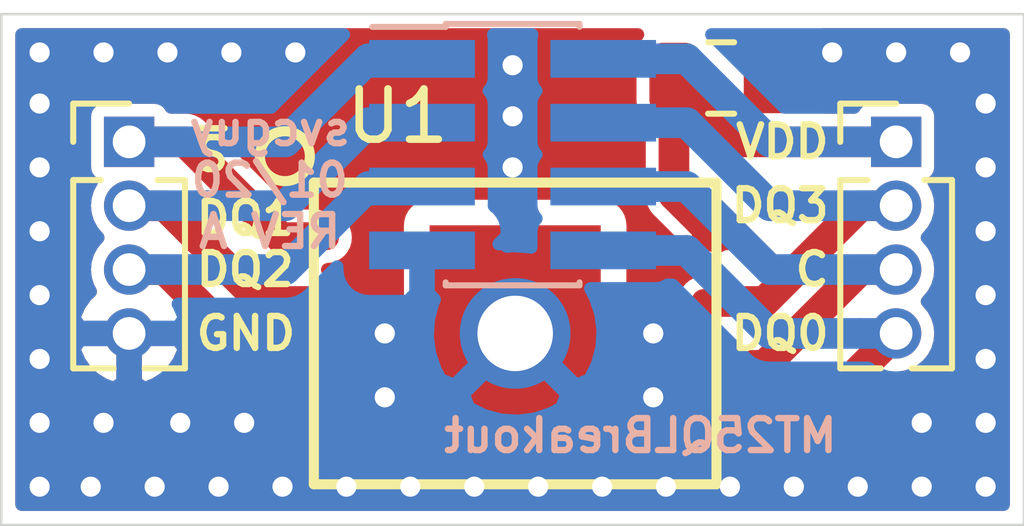
<source format=kicad_pcb>
(kicad_pcb (version 20171130) (host pcbnew "(5.1.4)-1")

  (general
    (thickness 1.6)
    (drawings 14)
    (tracks 97)
    (zones 0)
    (modules 5)
    (nets 9)
  )

  (page A4)
  (layers
    (0 F.Cu signal)
    (31 B.Cu signal)
    (32 B.Adhes user)
    (33 F.Adhes user)
    (34 B.Paste user)
    (35 F.Paste user)
    (36 B.SilkS user)
    (37 F.SilkS user)
    (38 B.Mask user)
    (39 F.Mask user)
    (40 Dwgs.User user)
    (41 Cmts.User user)
    (42 Eco1.User user)
    (43 Eco2.User user)
    (44 Edge.Cuts user)
    (45 Margin user)
    (46 B.CrtYd user)
    (47 F.CrtYd user)
    (48 B.Fab user)
    (49 F.Fab user)
  )

  (setup
    (last_trace_width 0.6096)
    (user_trace_width 0.3048)
    (user_trace_width 0.6096)
    (trace_clearance 0.2)
    (zone_clearance 0.508)
    (zone_45_only no)
    (trace_min 0.2)
    (via_size 0.8)
    (via_drill 0.4)
    (via_min_size 0.4)
    (via_min_drill 0.3)
    (uvia_size 0.3)
    (uvia_drill 0.1)
    (uvias_allowed no)
    (uvia_min_size 0.2)
    (uvia_min_drill 0.1)
    (edge_width 0.05)
    (segment_width 0.2)
    (pcb_text_width 0.3)
    (pcb_text_size 1.5 1.5)
    (mod_edge_width 0.12)
    (mod_text_size 1 1)
    (mod_text_width 0.15)
    (pad_size 1.524 1.524)
    (pad_drill 0.762)
    (pad_to_mask_clearance 0.051)
    (solder_mask_min_width 0.25)
    (aux_axis_origin 0 0)
    (visible_elements FFFFFF7F)
    (pcbplotparams
      (layerselection 0x010fc_ffffffff)
      (usegerberextensions false)
      (usegerberattributes false)
      (usegerberadvancedattributes false)
      (creategerberjobfile false)
      (excludeedgelayer true)
      (linewidth 0.100000)
      (plotframeref false)
      (viasonmask false)
      (mode 1)
      (useauxorigin false)
      (hpglpennumber 1)
      (hpglpenspeed 20)
      (hpglpendiameter 15.000000)
      (psnegative false)
      (psa4output false)
      (plotreference true)
      (plotvalue true)
      (plotinvisibletext false)
      (padsonsilk false)
      (subtractmaskfromsilk false)
      (outputformat 1)
      (mirror false)
      (drillshape 1)
      (scaleselection 1)
      (outputdirectory ""))
  )

  (net 0 "")
  (net 1 "Net-(J1-Pad3)")
  (net 2 "Net-(J1-Pad2)")
  (net 3 "Net-(J1-Pad1)")
  (net 4 "Net-(J2-Pad5)")
  (net 5 "Net-(J2-Pad6)")
  (net 6 "Net-(J2-Pad7)")
  (net 7 VDD)
  (net 8 GND)

  (net_class Default "This is the default net class."
    (clearance 0.2)
    (trace_width 0.25)
    (via_dia 0.8)
    (via_drill 0.4)
    (uvia_dia 0.3)
    (uvia_drill 0.1)
    (add_net GND)
    (add_net "Net-(J1-Pad1)")
    (add_net "Net-(J1-Pad2)")
    (add_net "Net-(J1-Pad3)")
    (add_net "Net-(J2-Pad5)")
    (add_net "Net-(J2-Pad6)")
    (add_net "Net-(J2-Pad7)")
    (add_net VDD)
  )

  (module Custom_KICAD:W-PDFN-8 (layer F.Cu) (tedit 5E35CB85) (tstamp 5E35CC87)
    (at 152.4508 100.33)
    (path /5E34FFA7)
    (fp_text reference U1 (at -2.3368 -4.318) (layer F.SilkS)
      (effects (font (size 1 1) (thickness 0.15)))
    )
    (fp_text value MT25QL512ABB (at 0 -6.625) (layer F.Fab) hide
      (effects (font (size 0.25 0.25) (thickness 0.0625)))
    )
    (fp_line (start -4 -3) (end -4 3) (layer Dwgs.User) (width 0.12))
    (fp_line (start 4 -3) (end 4 3) (layer Dwgs.User) (width 0.12))
    (fp_line (start -4 -3) (end 4 -3) (layer Dwgs.User) (width 0.12))
    (fp_line (start -4 3) (end 4 3) (layer Dwgs.User) (width 0.12))
    (fp_circle (center -2.75 -1.85) (end -3.1 -2.325) (layer Dwgs.User) (width 0.12))
    (fp_line (start -4 -3) (end 4 -3) (layer F.SilkS) (width 0.2))
    (fp_line (start 4 -3) (end 4 3) (layer F.SilkS) (width 0.2))
    (fp_line (start 4 3) (end -4 3) (layer F.SilkS) (width 0.2))
    (fp_line (start -4 3) (end -4 -3) (layer F.SilkS) (width 0.2))
    (fp_circle (center -4.575 -3.525) (end -4.078764 -3.525) (layer F.SilkS) (width 0.2))
    (pad 1 smd roundrect (at -4 -1.905) (size 1 0.5) (layers F.Cu F.Paste F.Mask) (roundrect_rratio 0.5)
      (net 3 "Net-(J1-Pad1)"))
    (pad 2 smd roundrect (at -4 -0.635) (size 1 0.5) (layers F.Cu F.Paste F.Mask) (roundrect_rratio 0.5)
      (net 2 "Net-(J1-Pad2)"))
    (pad 3 smd roundrect (at -4 0.635) (size 1 0.5) (layers F.Cu F.Paste F.Mask) (roundrect_rratio 0.5)
      (net 1 "Net-(J1-Pad3)"))
    (pad 4 smd roundrect (at -4 1.905) (size 1 0.5) (layers F.Cu F.Paste F.Mask) (roundrect_rratio 0.5)
      (net 8 GND))
    (pad 5 smd roundrect (at 4 1.905) (size 1 0.5) (layers F.Cu F.Paste F.Mask) (roundrect_rratio 0.5)
      (net 4 "Net-(J2-Pad5)"))
    (pad 6 smd roundrect (at 4 0.635) (size 1 0.5) (layers F.Cu F.Paste F.Mask) (roundrect_rratio 0.5)
      (net 5 "Net-(J2-Pad6)"))
    (pad 7 smd roundrect (at 4 -0.635) (size 1 0.5) (layers F.Cu F.Paste F.Mask) (roundrect_rratio 0.5)
      (net 6 "Net-(J2-Pad7)"))
    (pad 8 smd roundrect (at 4 -1.905) (size 1 0.5) (layers F.Cu F.Paste F.Mask) (roundrect_rratio 0.5)
      (net 7 VDD))
    (pad EP smd rect (at 0 0) (size 3.4 4.3) (layers F.Cu F.Mask)
      (net 8 GND))
    (pad "" smd rect (at 0.65 1.1) (size 1 1.8) (layers F.Paste))
    (pad 9 smd rect (at -0.65 -1.1) (size 1 1.8) (layers F.Paste))
    (pad 10 smd rect (at 0.65 -1.1) (size 1 1.8) (layers F.Paste))
    (pad 11 smd rect (at -0.65 1.1) (size 1 1.8) (layers F.Paste))
    (pad EP thru_hole circle (at 0 0) (size 2.2 2.2) (drill 1.5) (layers *.Cu *.Mask)
      (net 8 GND))
  )

  (module Connector_PinSocket_1.27mm:PinSocket_2x04_P1.27mm_Vertical_SMD (layer B.Cu) (tedit 5E3503FD) (tstamp 5E355484)
    (at 152.4 96.774 180)
    (descr "surface-mounted straight socket strip, 2x04, 1.27mm pitch, double cols (from Kicad 4.0.7!), script generated")
    (tags "Surface mounted socket strip SMD 2x04 1.27mm double row")
    (path /5E353667)
    (attr smd)
    (fp_text reference J2 (at 0 4.04 180) (layer B.SilkS) hide
      (effects (font (size 1 1) (thickness 0.15)) (justify mirror))
    )
    (fp_text value BOTTOM (at 0 -4.04 180) (layer B.Fab) hide
      (effects (font (size 1 1) (thickness 0.15)) (justify mirror))
    )
    (fp_line (start -1.33 2.6) (end 1.33 2.6) (layer B.SilkS) (width 0.12))
    (fp_line (start 1.33 2.6) (end 1.33 2.54) (layer B.SilkS) (width 0.12))
    (fp_line (start 1.33 -2.54) (end 1.33 -2.6) (layer B.SilkS) (width 0.12))
    (fp_line (start -1.33 -2.6) (end 1.33 -2.6) (layer B.SilkS) (width 0.12))
    (fp_line (start -1.33 2.6) (end -1.33 2.54) (layer B.SilkS) (width 0.12))
    (fp_line (start -1.33 -2.54) (end -1.33 -2.6) (layer B.SilkS) (width 0.12))
    (fp_line (start 1.33 2.54) (end 2.79 2.54) (layer B.SilkS) (width 0.12))
    (fp_line (start -1.27 2.54) (end 0.635 2.54) (layer B.Fab) (width 0.1))
    (fp_line (start 0.635 2.54) (end 1.27 1.905) (layer B.Fab) (width 0.1))
    (fp_line (start 1.27 1.905) (end 1.27 -2.54) (layer B.Fab) (width 0.1))
    (fp_line (start 1.27 -2.54) (end -1.27 -2.54) (layer B.Fab) (width 0.1))
    (fp_line (start -1.27 -2.54) (end -1.27 2.54) (layer B.Fab) (width 0.1))
    (fp_line (start -2.555 2.105) (end -1.27 2.105) (layer B.Fab) (width 0.1))
    (fp_line (start -1.27 1.705) (end -2.555 1.705) (layer B.Fab) (width 0.1))
    (fp_line (start -2.555 1.705) (end -2.555 2.105) (layer B.Fab) (width 0.1))
    (fp_line (start 1.27 2.105) (end 2.555 2.105) (layer B.Fab) (width 0.1))
    (fp_line (start 2.555 2.105) (end 2.555 1.705) (layer B.Fab) (width 0.1))
    (fp_line (start 2.555 1.705) (end 1.27 1.705) (layer B.Fab) (width 0.1))
    (fp_line (start -2.555 0.835) (end -1.27 0.835) (layer B.Fab) (width 0.1))
    (fp_line (start -1.27 0.435) (end -2.555 0.435) (layer B.Fab) (width 0.1))
    (fp_line (start -2.555 0.435) (end -2.555 0.835) (layer B.Fab) (width 0.1))
    (fp_line (start 1.27 0.835) (end 2.555 0.835) (layer B.Fab) (width 0.1))
    (fp_line (start 2.555 0.835) (end 2.555 0.435) (layer B.Fab) (width 0.1))
    (fp_line (start 2.555 0.435) (end 1.27 0.435) (layer B.Fab) (width 0.1))
    (fp_line (start -2.555 -0.435) (end -1.27 -0.435) (layer B.Fab) (width 0.1))
    (fp_line (start -1.27 -0.835) (end -2.555 -0.835) (layer B.Fab) (width 0.1))
    (fp_line (start -2.555 -0.835) (end -2.555 -0.435) (layer B.Fab) (width 0.1))
    (fp_line (start 1.27 -0.435) (end 2.555 -0.435) (layer B.Fab) (width 0.1))
    (fp_line (start 2.555 -0.435) (end 2.555 -0.835) (layer B.Fab) (width 0.1))
    (fp_line (start 2.555 -0.835) (end 1.27 -0.835) (layer B.Fab) (width 0.1))
    (fp_line (start -2.555 -1.705) (end -1.27 -1.705) (layer B.Fab) (width 0.1))
    (fp_line (start -1.27 -2.105) (end -2.555 -2.105) (layer B.Fab) (width 0.1))
    (fp_line (start -2.555 -2.105) (end -2.555 -1.705) (layer B.Fab) (width 0.1))
    (fp_line (start 1.27 -1.705) (end 2.555 -1.705) (layer B.Fab) (width 0.1))
    (fp_line (start 2.555 -1.705) (end 2.555 -2.105) (layer B.Fab) (width 0.1))
    (fp_line (start 2.555 -2.105) (end 1.27 -2.105) (layer B.Fab) (width 0.1))
    (fp_line (start -3.35 3.05) (end 3.35 3.05) (layer B.CrtYd) (width 0.05))
    (fp_line (start 3.35 3.05) (end 3.35 -3.05) (layer B.CrtYd) (width 0.05))
    (fp_line (start 3.35 -3.05) (end -3.35 -3.05) (layer B.CrtYd) (width 0.05))
    (fp_line (start -3.35 -3.05) (end -3.35 3.05) (layer B.CrtYd) (width 0.05))
    (fp_text user %R (at 0 0 90) (layer B.Fab) hide
      (effects (font (size 1 1) (thickness 0.15)) (justify mirror))
    )
    (pad 1 smd rect (at 1.8 1.905 180) (size 2.1 0.75) (layers B.Cu B.Paste B.Mask)
      (net 3 "Net-(J1-Pad1)"))
    (pad 8 smd rect (at -1.8 1.905 180) (size 2.1 0.75) (layers B.Cu B.Paste B.Mask)
      (net 7 VDD))
    (pad 2 smd rect (at 1.8 0.635 180) (size 2.1 0.75) (layers B.Cu B.Paste B.Mask)
      (net 2 "Net-(J1-Pad2)"))
    (pad 7 smd rect (at -1.8 0.635 180) (size 2.1 0.75) (layers B.Cu B.Paste B.Mask)
      (net 6 "Net-(J2-Pad7)"))
    (pad 3 smd rect (at 1.8 -0.635 180) (size 2.1 0.75) (layers B.Cu B.Paste B.Mask)
      (net 1 "Net-(J1-Pad3)"))
    (pad 6 smd rect (at -1.8 -0.635 180) (size 2.1 0.75) (layers B.Cu B.Paste B.Mask)
      (net 5 "Net-(J2-Pad6)"))
    (pad 4 smd rect (at 1.8 -1.905 180) (size 2.1 0.75) (layers B.Cu B.Paste B.Mask)
      (net 8 GND))
    (pad 5 smd rect (at -1.8 -1.905 180) (size 2.1 0.75) (layers B.Cu B.Paste B.Mask)
      (net 4 "Net-(J2-Pad5)"))
    (model ${KISYS3DMOD}/Connector_PinSocket_1.27mm.3dshapes/PinSocket_2x04_P1.27mm_Vertical_SMD.wrl
      (at (xyz 0 0 0))
      (scale (xyz 1 1 1))
      (rotate (xyz 0 0 0))
    )
  )

  (module Capacitor_SMD:C_0805_2012Metric (layer F.Cu) (tedit 5B36C52B) (tstamp 5E3557E2)
    (at 156.5425 95.25)
    (descr "Capacitor SMD 0805 (2012 Metric), square (rectangular) end terminal, IPC_7351 nominal, (Body size source: https://docs.google.com/spreadsheets/d/1BsfQQcO9C6DZCsRaXUlFlo91Tg2WpOkGARC1WS5S8t0/edit?usp=sharing), generated with kicad-footprint-generator")
    (tags capacitor)
    (path /5E35044C)
    (attr smd)
    (fp_text reference C1 (at 0 -1.65) (layer F.SilkS) hide
      (effects (font (size 1 1) (thickness 0.15)))
    )
    (fp_text value 0.1uF (at 0 1.65) (layer F.Fab) hide
      (effects (font (size 1 1) (thickness 0.15)))
    )
    (fp_line (start -1 0.6) (end -1 -0.6) (layer F.Fab) (width 0.1))
    (fp_line (start -1 -0.6) (end 1 -0.6) (layer F.Fab) (width 0.1))
    (fp_line (start 1 -0.6) (end 1 0.6) (layer F.Fab) (width 0.1))
    (fp_line (start 1 0.6) (end -1 0.6) (layer F.Fab) (width 0.1))
    (fp_line (start -0.258578 -0.71) (end 0.258578 -0.71) (layer F.SilkS) (width 0.12))
    (fp_line (start -0.258578 0.71) (end 0.258578 0.71) (layer F.SilkS) (width 0.12))
    (fp_line (start -1.68 0.95) (end -1.68 -0.95) (layer F.CrtYd) (width 0.05))
    (fp_line (start -1.68 -0.95) (end 1.68 -0.95) (layer F.CrtYd) (width 0.05))
    (fp_line (start 1.68 -0.95) (end 1.68 0.95) (layer F.CrtYd) (width 0.05))
    (fp_line (start 1.68 0.95) (end -1.68 0.95) (layer F.CrtYd) (width 0.05))
    (fp_text user %R (at 0 0) (layer F.Fab) hide
      (effects (font (size 0.5 0.5) (thickness 0.08)))
    )
    (pad 1 smd roundrect (at -0.9375 0) (size 0.975 1.4) (layers F.Cu F.Paste F.Mask) (roundrect_rratio 0.25)
      (net 7 VDD))
    (pad 2 smd roundrect (at 0.9375 0) (size 0.975 1.4) (layers F.Cu F.Paste F.Mask) (roundrect_rratio 0.25)
      (net 8 GND))
    (model ${KISYS3DMOD}/Capacitor_SMD.3dshapes/C_0805_2012Metric.wrl
      (at (xyz 0 0 0))
      (scale (xyz 1 1 1))
      (rotate (xyz 0 0 0))
    )
  )

  (module Connector_PinHeader_1.27mm:PinHeader_1x04_P1.27mm_Vertical (layer F.Cu) (tedit 59FED6E3) (tstamp 5E355F37)
    (at 144.78 96.52)
    (descr "Through hole straight pin header, 1x04, 1.27mm pitch, single row")
    (tags "Through hole pin header THT 1x04 1.27mm single row")
    (path /5E35141D)
    (fp_text reference J1 (at 0 -1.695) (layer F.SilkS) hide
      (effects (font (size 1 1) (thickness 0.15)))
    )
    (fp_text value LEFT (at 0 5.505) (layer F.Fab) hide
      (effects (font (size 1 1) (thickness 0.15)))
    )
    (fp_text user %R (at 0 1.905 90) (layer F.Fab) hide
      (effects (font (size 1 1) (thickness 0.15)))
    )
    (fp_line (start 1.55 -1.15) (end -1.55 -1.15) (layer F.CrtYd) (width 0.05))
    (fp_line (start 1.55 4.95) (end 1.55 -1.15) (layer F.CrtYd) (width 0.05))
    (fp_line (start -1.55 4.95) (end 1.55 4.95) (layer F.CrtYd) (width 0.05))
    (fp_line (start -1.55 -1.15) (end -1.55 4.95) (layer F.CrtYd) (width 0.05))
    (fp_line (start -1.11 -0.76) (end 0 -0.76) (layer F.SilkS) (width 0.12))
    (fp_line (start -1.11 0) (end -1.11 -0.76) (layer F.SilkS) (width 0.12))
    (fp_line (start 0.563471 0.76) (end 1.11 0.76) (layer F.SilkS) (width 0.12))
    (fp_line (start -1.11 0.76) (end -0.563471 0.76) (layer F.SilkS) (width 0.12))
    (fp_line (start 1.11 0.76) (end 1.11 4.505) (layer F.SilkS) (width 0.12))
    (fp_line (start -1.11 0.76) (end -1.11 4.505) (layer F.SilkS) (width 0.12))
    (fp_line (start 0.30753 4.505) (end 1.11 4.505) (layer F.SilkS) (width 0.12))
    (fp_line (start -1.11 4.505) (end -0.30753 4.505) (layer F.SilkS) (width 0.12))
    (fp_line (start -1.05 -0.11) (end -0.525 -0.635) (layer F.Fab) (width 0.1))
    (fp_line (start -1.05 4.445) (end -1.05 -0.11) (layer F.Fab) (width 0.1))
    (fp_line (start 1.05 4.445) (end -1.05 4.445) (layer F.Fab) (width 0.1))
    (fp_line (start 1.05 -0.635) (end 1.05 4.445) (layer F.Fab) (width 0.1))
    (fp_line (start -0.525 -0.635) (end 1.05 -0.635) (layer F.Fab) (width 0.1))
    (pad 4 thru_hole oval (at 0 3.81) (size 1 1) (drill 0.65) (layers *.Cu *.Mask)
      (net 8 GND))
    (pad 3 thru_hole oval (at 0 2.54) (size 1 1) (drill 0.65) (layers *.Cu *.Mask)
      (net 1 "Net-(J1-Pad3)"))
    (pad 2 thru_hole oval (at 0 1.27) (size 1 1) (drill 0.65) (layers *.Cu *.Mask)
      (net 2 "Net-(J1-Pad2)"))
    (pad 1 thru_hole rect (at 0 0) (size 1 1) (drill 0.65) (layers *.Cu *.Mask)
      (net 3 "Net-(J1-Pad1)"))
    (model ${KISYS3DMOD}/Connector_PinHeader_1.27mm.3dshapes/PinHeader_1x04_P1.27mm_Vertical.wrl
      (at (xyz 0 0 0))
      (scale (xyz 1 1 1))
      (rotate (xyz 0 0 0))
    )
  )

  (module Connector_PinHeader_1.27mm:PinHeader_1x04_P1.27mm_Vertical (layer F.Cu) (tedit 59FED6E3) (tstamp 5E355A61)
    (at 160.02 96.52)
    (descr "Through hole straight pin header, 1x04, 1.27mm pitch, single row")
    (tags "Through hole pin header THT 1x04 1.27mm single row")
    (path /5E350C62)
    (fp_text reference J3 (at 0 -1.695) (layer F.SilkS) hide
      (effects (font (size 1 1) (thickness 0.15)))
    )
    (fp_text value RIGHT (at 0 5.505) (layer F.Fab) hide
      (effects (font (size 1 1) (thickness 0.15)))
    )
    (fp_line (start -0.525 -0.635) (end 1.05 -0.635) (layer F.Fab) (width 0.1))
    (fp_line (start 1.05 -0.635) (end 1.05 4.445) (layer F.Fab) (width 0.1))
    (fp_line (start 1.05 4.445) (end -1.05 4.445) (layer F.Fab) (width 0.1))
    (fp_line (start -1.05 4.445) (end -1.05 -0.11) (layer F.Fab) (width 0.1))
    (fp_line (start -1.05 -0.11) (end -0.525 -0.635) (layer F.Fab) (width 0.1))
    (fp_line (start -1.11 4.505) (end -0.30753 4.505) (layer F.SilkS) (width 0.12))
    (fp_line (start 0.30753 4.505) (end 1.11 4.505) (layer F.SilkS) (width 0.12))
    (fp_line (start -1.11 0.76) (end -1.11 4.505) (layer F.SilkS) (width 0.12))
    (fp_line (start 1.11 0.76) (end 1.11 4.505) (layer F.SilkS) (width 0.12))
    (fp_line (start -1.11 0.76) (end -0.563471 0.76) (layer F.SilkS) (width 0.12))
    (fp_line (start 0.563471 0.76) (end 1.11 0.76) (layer F.SilkS) (width 0.12))
    (fp_line (start -1.11 0) (end -1.11 -0.76) (layer F.SilkS) (width 0.12))
    (fp_line (start -1.11 -0.76) (end 0 -0.76) (layer F.SilkS) (width 0.12))
    (fp_line (start -1.55 -1.15) (end -1.55 4.95) (layer F.CrtYd) (width 0.05))
    (fp_line (start -1.55 4.95) (end 1.55 4.95) (layer F.CrtYd) (width 0.05))
    (fp_line (start 1.55 4.95) (end 1.55 -1.15) (layer F.CrtYd) (width 0.05))
    (fp_line (start 1.55 -1.15) (end -1.55 -1.15) (layer F.CrtYd) (width 0.05))
    (fp_text user %R (at 0 1.905 90) (layer F.Fab) hide
      (effects (font (size 1 1) (thickness 0.15)))
    )
    (pad 1 thru_hole rect (at 0 0) (size 1 1) (drill 0.65) (layers *.Cu *.Mask)
      (net 7 VDD))
    (pad 2 thru_hole oval (at 0 1.27) (size 1 1) (drill 0.65) (layers *.Cu *.Mask)
      (net 6 "Net-(J2-Pad7)"))
    (pad 3 thru_hole oval (at 0 2.54) (size 1 1) (drill 0.65) (layers *.Cu *.Mask)
      (net 5 "Net-(J2-Pad6)"))
    (pad 4 thru_hole oval (at 0 3.81) (size 1 1) (drill 0.65) (layers *.Cu *.Mask)
      (net 4 "Net-(J2-Pad5)"))
    (model ${KISYS3DMOD}/Connector_PinHeader_1.27mm.3dshapes/PinHeader_1x04_P1.27mm_Vertical.wrl
      (at (xyz 0 0 0))
      (scale (xyz 1 1 1))
      (rotate (xyz 0 0 0))
    )
  )

  (gr_text "svcguy\n01/20\nREV A" (at 147.574 97.282) (layer B.SilkS)
    (effects (font (size 0.635 0.635) (thickness 0.127)) (justify mirror))
  )
  (gr_text MT25QLBreakout (at 154.94 102.362) (layer B.SilkS)
    (effects (font (size 0.635 0.635) (thickness 0.127)) (justify mirror))
  )
  (gr_text DQ0 (at 158.75 100.33) (layer F.SilkS)
    (effects (font (size 0.635 0.635) (thickness 0.127)) (justify right))
  )
  (gr_text C (at 158.75 99.06) (layer F.SilkS)
    (effects (font (size 0.635 0.635) (thickness 0.127)) (justify right))
  )
  (gr_text DQ3 (at 158.75 97.79) (layer F.SilkS)
    (effects (font (size 0.635 0.635) (thickness 0.127)) (justify right))
  )
  (gr_text VDD (at 158.75 96.52) (layer F.SilkS)
    (effects (font (size 0.635 0.635) (thickness 0.127)) (justify right))
  )
  (gr_text GND (at 146.05 100.33) (layer F.SilkS)
    (effects (font (size 0.635 0.635) (thickness 0.127)) (justify left))
  )
  (gr_text DQ2 (at 146.05 99.06) (layer F.SilkS)
    (effects (font (size 0.635 0.635) (thickness 0.127)) (justify left))
  )
  (gr_text DQ1 (at 146.05 98.044) (layer F.SilkS)
    (effects (font (size 0.635 0.635) (thickness 0.127)) (justify left))
  )
  (gr_text ~S (at 146.05 96.774) (layer F.SilkS)
    (effects (font (size 0.635 0.635) (thickness 0.127)) (justify left))
  )
  (gr_line (start 162.56 104.14) (end 162.56 93.98) (layer Edge.Cuts) (width 0.05) (tstamp 5E35593A))
  (gr_line (start 142.24 104.14) (end 162.56 104.14) (layer Edge.Cuts) (width 0.05))
  (gr_line (start 142.24 93.98) (end 142.24 104.14) (layer Edge.Cuts) (width 0.05))
  (gr_line (start 162.56 93.98) (end 142.24 93.98) (layer Edge.Cuts) (width 0.05))

  (segment (start 147.8508 100.965) (end 148.4508 100.965) (width 0.6096) (layer F.Cu) (net 1))
  (segment (start 147.392106 100.965) (end 147.8508 100.965) (width 0.6096) (layer F.Cu) (net 1))
  (segment (start 145.487106 99.06) (end 147.392106 100.965) (width 0.6096) (layer F.Cu) (net 1))
  (segment (start 144.78 99.06) (end 145.487106 99.06) (width 0.6096) (layer F.Cu) (net 1))
  (segment (start 149.536358 97.409) (end 150.6 97.409) (width 0.6096) (layer B.Cu) (net 1))
  (segment (start 147.885358 99.06) (end 149.536358 97.409) (width 0.6096) (layer B.Cu) (net 1))
  (segment (start 144.78 99.06) (end 147.885358 99.06) (width 0.6096) (layer B.Cu) (net 1))
  (segment (start 147.8508 99.695) (end 148.4508 99.695) (width 0.6096) (layer F.Cu) (net 2))
  (segment (start 147.392106 99.695) (end 147.8508 99.695) (width 0.6096) (layer F.Cu) (net 2))
  (segment (start 145.487106 97.79) (end 147.392106 99.695) (width 0.6096) (layer F.Cu) (net 2))
  (segment (start 144.78 97.79) (end 145.487106 97.79) (width 0.6096) (layer F.Cu) (net 2))
  (segment (start 149.536358 96.139) (end 150.6 96.139) (width 0.6096) (layer B.Cu) (net 2))
  (segment (start 147.885358 97.79) (end 149.536358 96.139) (width 0.6096) (layer B.Cu) (net 2))
  (segment (start 144.78 97.79) (end 147.885358 97.79) (width 0.6096) (layer B.Cu) (net 2))
  (segment (start 144.78 96.52) (end 145.8896 96.52) (width 0.6096) (layer F.Cu) (net 3))
  (segment (start 147.7946 98.425) (end 148.4508 98.425) (width 0.6096) (layer F.Cu) (net 3))
  (segment (start 145.8896 96.52) (end 147.7946 98.425) (width 0.6096) (layer F.Cu) (net 3) (tstamp 5E3561A4))
  (segment (start 149.536358 94.869) (end 150.6 94.869) (width 0.6096) (layer B.Cu) (net 3))
  (segment (start 147.885358 96.52) (end 149.536358 94.869) (width 0.6096) (layer B.Cu) (net 3))
  (segment (start 144.78 96.52) (end 147.885358 96.52) (width 0.6096) (layer B.Cu) (net 3))
  (segment (start 158.115 102.235) (end 156.4508 102.235) (width 0.6096) (layer F.Cu) (net 4))
  (segment (start 160.02 100.33) (end 158.115 102.235) (width 0.6096) (layer F.Cu) (net 4))
  (segment (start 159.312894 100.33) (end 160.02 100.33) (width 0.6096) (layer B.Cu) (net 4))
  (segment (start 157.5106 100.33) (end 159.312894 100.33) (width 0.6096) (layer B.Cu) (net 4))
  (segment (start 155.8596 98.679) (end 157.5106 100.33) (width 0.6096) (layer B.Cu) (net 4))
  (segment (start 154.2 98.679) (end 155.8596 98.679) (width 0.6096) (layer B.Cu) (net 4))
  (segment (start 157.0508 100.965) (end 156.4508 100.965) (width 0.6096) (layer F.Cu) (net 5))
  (segment (start 157.407894 100.965) (end 157.0508 100.965) (width 0.6096) (layer F.Cu) (net 5))
  (segment (start 159.312894 99.06) (end 157.407894 100.965) (width 0.6096) (layer F.Cu) (net 5))
  (segment (start 160.02 99.06) (end 159.312894 99.06) (width 0.6096) (layer F.Cu) (net 5))
  (segment (start 159.312894 99.06) (end 160.02 99.06) (width 0.6096) (layer B.Cu) (net 5))
  (segment (start 157.5106 99.06) (end 159.312894 99.06) (width 0.6096) (layer B.Cu) (net 5))
  (segment (start 155.8596 97.409) (end 157.5106 99.06) (width 0.6096) (layer B.Cu) (net 5))
  (segment (start 154.2 97.409) (end 155.8596 97.409) (width 0.6096) (layer B.Cu) (net 5))
  (segment (start 157.0508 99.695) (end 156.4508 99.695) (width 0.6096) (layer F.Cu) (net 6))
  (segment (start 157.407894 99.695) (end 157.0508 99.695) (width 0.6096) (layer F.Cu) (net 6))
  (segment (start 159.312894 97.79) (end 157.407894 99.695) (width 0.6096) (layer F.Cu) (net 6))
  (segment (start 160.02 97.79) (end 159.312894 97.79) (width 0.6096) (layer F.Cu) (net 6))
  (segment (start 159.312894 97.79) (end 160.02 97.79) (width 0.6096) (layer B.Cu) (net 6))
  (segment (start 157.5106 97.79) (end 159.312894 97.79) (width 0.6096) (layer B.Cu) (net 6))
  (segment (start 155.8596 96.139) (end 157.5106 97.79) (width 0.6096) (layer B.Cu) (net 6))
  (segment (start 154.2 96.139) (end 155.8596 96.139) (width 0.6096) (layer B.Cu) (net 6))
  (segment (start 156.875 96.52) (end 155.605 95.25) (width 0.6096) (layer F.Cu) (net 7) (status 20))
  (segment (start 160.02 96.52) (end 156.875 96.52) (width 0.6096) (layer F.Cu) (net 7) (status 10))
  (segment (start 155.605 97.5792) (end 156.4508 98.425) (width 0.6096) (layer F.Cu) (net 7) (status 20))
  (segment (start 155.605 95.25) (end 155.605 97.5792) (width 0.6096) (layer F.Cu) (net 7) (status 10))
  (segment (start 158.9104 96.52) (end 160.02 96.52) (width 0.6096) (layer B.Cu) (net 7))
  (segment (start 157.5106 96.52) (end 158.9104 96.52) (width 0.6096) (layer B.Cu) (net 7))
  (segment (start 155.8596 94.869) (end 157.5106 96.52) (width 0.6096) (layer B.Cu) (net 7))
  (segment (start 154.2 94.869) (end 155.8596 94.869) (width 0.6096) (layer B.Cu) (net 7))
  (via (at 158.75 94.742) (size 0.8) (drill 0.4) (layers F.Cu B.Cu) (net 8))
  (via (at 160.02 94.742) (size 0.8) (drill 0.4) (layers F.Cu B.Cu) (net 8))
  (via (at 161.29 94.742) (size 0.8) (drill 0.4) (layers F.Cu B.Cu) (net 8))
  (via (at 161.798 95.758) (size 0.8) (drill 0.4) (layers F.Cu B.Cu) (net 8))
  (via (at 161.798 97.028) (size 0.8) (drill 0.4) (layers F.Cu B.Cu) (net 8))
  (via (at 161.798 98.298) (size 0.8) (drill 0.4) (layers F.Cu B.Cu) (net 8))
  (via (at 161.798 99.568) (size 0.8) (drill 0.4) (layers F.Cu B.Cu) (net 8))
  (via (at 161.798 100.838) (size 0.8) (drill 0.4) (layers F.Cu B.Cu) (net 8))
  (via (at 161.798 102.108) (size 0.8) (drill 0.4) (layers F.Cu B.Cu) (net 8))
  (via (at 161.798 103.378) (size 0.8) (drill 0.4) (layers F.Cu B.Cu) (net 8))
  (via (at 160.528 103.378) (size 0.8) (drill 0.4) (layers F.Cu B.Cu) (net 8))
  (via (at 159.258 103.378) (size 0.8) (drill 0.4) (layers F.Cu B.Cu) (net 8))
  (via (at 157.988 103.378) (size 0.8) (drill 0.4) (layers F.Cu B.Cu) (net 8))
  (via (at 156.718 103.378) (size 0.8) (drill 0.4) (layers F.Cu B.Cu) (net 8))
  (via (at 155.448 103.378) (size 0.8) (drill 0.4) (layers F.Cu B.Cu) (net 8))
  (via (at 154.178 103.378) (size 0.8) (drill 0.4) (layers F.Cu B.Cu) (net 8))
  (via (at 152.908 103.378) (size 0.8) (drill 0.4) (layers F.Cu B.Cu) (net 8))
  (via (at 151.638 103.378) (size 0.8) (drill 0.4) (layers F.Cu B.Cu) (net 8))
  (via (at 150.368 103.378) (size 0.8) (drill 0.4) (layers F.Cu B.Cu) (net 8))
  (via (at 149.098 103.378) (size 0.8) (drill 0.4) (layers F.Cu B.Cu) (net 8))
  (via (at 147.828 103.378) (size 0.8) (drill 0.4) (layers F.Cu B.Cu) (net 8))
  (via (at 146.558 103.378) (size 0.8) (drill 0.4) (layers F.Cu B.Cu) (net 8))
  (via (at 145.288 103.378) (size 0.8) (drill 0.4) (layers F.Cu B.Cu) (net 8))
  (via (at 144.018 103.378) (size 0.8) (drill 0.4) (layers F.Cu B.Cu) (net 8))
  (via (at 143.002 103.378) (size 0.8) (drill 0.4) (layers F.Cu B.Cu) (net 8))
  (via (at 143.002 102.108) (size 0.8) (drill 0.4) (layers F.Cu B.Cu) (net 8))
  (via (at 143.002 100.838) (size 0.8) (drill 0.4) (layers F.Cu B.Cu) (net 8))
  (via (at 143.002 99.568) (size 0.8) (drill 0.4) (layers F.Cu B.Cu) (net 8))
  (via (at 143.002 98.298) (size 0.8) (drill 0.4) (layers F.Cu B.Cu) (net 8))
  (via (at 143.002 97.028) (size 0.8) (drill 0.4) (layers F.Cu B.Cu) (net 8))
  (via (at 143.002 95.758) (size 0.8) (drill 0.4) (layers F.Cu B.Cu) (net 8))
  (via (at 143.002 94.742) (size 0.8) (drill 0.4) (layers F.Cu B.Cu) (net 8))
  (via (at 144.272 94.742) (size 0.8) (drill 0.4) (layers F.Cu B.Cu) (net 8))
  (via (at 145.542 94.742) (size 0.8) (drill 0.4) (layers F.Cu B.Cu) (net 8))
  (via (at 146.812 94.742) (size 0.8) (drill 0.4) (layers F.Cu B.Cu) (net 8))
  (via (at 148.082 94.742) (size 0.8) (drill 0.4) (layers F.Cu B.Cu) (net 8))
  (via (at 144.272 102.108) (size 0.8) (drill 0.4) (layers F.Cu B.Cu) (net 8))
  (via (at 145.796 102.108) (size 0.8) (drill 0.4) (layers F.Cu B.Cu) (net 8))
  (via (at 147.066 102.108) (size 0.8) (drill 0.4) (layers F.Cu B.Cu) (net 8))
  (via (at 152.4 94.996) (size 0.8) (drill 0.4) (layers F.Cu B.Cu) (net 8))
  (via (at 152.4 96.012) (size 0.8) (drill 0.4) (layers F.Cu B.Cu) (net 8))
  (via (at 152.4 97.028) (size 0.8) (drill 0.4) (layers F.Cu B.Cu) (net 8))
  (via (at 149.86 100.33) (size 0.8) (drill 0.4) (layers F.Cu B.Cu) (net 8))
  (via (at 149.86 101.6) (size 0.8) (drill 0.4) (layers F.Cu B.Cu) (net 8))
  (via (at 155.194 100.33) (size 0.8) (drill 0.4) (layers F.Cu B.Cu) (net 8))
  (via (at 155.194 101.6) (size 0.8) (drill 0.4) (layers F.Cu B.Cu) (net 8))
  (via (at 160.528 102.108) (size 0.8) (drill 0.4) (layers F.Cu B.Cu) (net 8))

  (zone (net 8) (net_name GND) (layer F.Cu) (tstamp 0) (hatch edge 0.508)
    (connect_pads (clearance 0.254))
    (min_thickness 0.254)
    (fill yes (arc_segments 32) (thermal_gap 0.508) (thermal_bridge_width 0.508))
    (polygon
      (pts
        (xy 142.24 93.98) (xy 142.24 104.14) (xy 162.56 104.14) (xy 162.56 93.98)
      )
    )
    (filled_polygon
      (pts
        (xy 154.840257 94.445634) (xy 154.782354 94.553963) (xy 154.746697 94.671508) (xy 154.734657 94.79375) (xy 154.734657 95.70625)
        (xy 154.746697 95.828492) (xy 154.782354 95.946037) (xy 154.840257 96.054366) (xy 154.918182 96.149318) (xy 154.9192 96.150154)
        (xy 154.919201 97.545512) (xy 154.915883 97.5792) (xy 154.919201 97.612889) (xy 154.929124 97.71364) (xy 154.968339 97.842914)
        (xy 155.03202 97.962053) (xy 155.117721 98.06648) (xy 155.143886 98.087953) (xy 155.577464 98.521531) (xy 155.580117 98.548463)
        (xy 155.616129 98.66718) (xy 155.67461 98.77659) (xy 155.753312 98.872489) (xy 155.849211 98.951191) (xy 155.958621 99.009672)
        (xy 156.077338 99.045684) (xy 156.175232 99.055326) (xy 156.183977 99.06) (xy 156.175232 99.064674) (xy 156.077338 99.074316)
        (xy 155.958621 99.110328) (xy 155.849211 99.168809) (xy 155.753312 99.247511) (xy 155.67461 99.34341) (xy 155.616129 99.45282)
        (xy 155.580117 99.571537) (xy 155.567957 99.694999) (xy 155.567957 99.695001) (xy 155.580117 99.818463) (xy 155.616129 99.93718)
        (xy 155.67461 100.04659) (xy 155.753312 100.142489) (xy 155.849211 100.221191) (xy 155.958621 100.279672) (xy 156.077338 100.315684)
        (xy 156.175232 100.325326) (xy 156.183977 100.33) (xy 156.175232 100.334674) (xy 156.077338 100.344316) (xy 155.958621 100.380328)
        (xy 155.849211 100.438809) (xy 155.753312 100.517511) (xy 155.67461 100.61341) (xy 155.616129 100.72282) (xy 155.580117 100.841537)
        (xy 155.567957 100.964999) (xy 155.567957 100.965001) (xy 155.580117 101.088463) (xy 155.616129 101.20718) (xy 155.67461 101.31659)
        (xy 155.753312 101.412489) (xy 155.849211 101.491191) (xy 155.958621 101.549672) (xy 156.077338 101.585684) (xy 156.175232 101.595326)
        (xy 156.183977 101.6) (xy 156.175232 101.604674) (xy 156.077338 101.614316) (xy 155.958621 101.650328) (xy 155.849211 101.708809)
        (xy 155.753312 101.787511) (xy 155.67461 101.88341) (xy 155.616129 101.99282) (xy 155.580117 102.111537) (xy 155.567957 102.234999)
        (xy 155.567957 102.235001) (xy 155.580117 102.358463) (xy 155.616129 102.47718) (xy 155.67461 102.58659) (xy 155.753312 102.682489)
        (xy 155.849211 102.761191) (xy 155.958621 102.819672) (xy 156.077338 102.855684) (xy 156.175232 102.865326) (xy 156.187086 102.871662)
        (xy 156.31636 102.910877) (xy 156.417111 102.9208) (xy 158.081321 102.9208) (xy 158.115 102.924117) (xy 158.148679 102.9208)
        (xy 158.148689 102.9208) (xy 158.24944 102.910877) (xy 158.378714 102.871662) (xy 158.497853 102.807981) (xy 158.60228 102.72228)
        (xy 158.623758 102.696109) (xy 160.113848 101.206019) (xy 160.192706 101.198252) (xy 160.358775 101.147875) (xy 160.511825 101.066068)
        (xy 160.645975 100.955975) (xy 160.756068 100.821825) (xy 160.837875 100.668775) (xy 160.888252 100.502706) (xy 160.905262 100.33)
        (xy 160.888252 100.157294) (xy 160.837875 99.991225) (xy 160.756068 99.838175) (xy 160.645975 99.704025) (xy 160.634978 99.695)
        (xy 160.645975 99.685975) (xy 160.756068 99.551825) (xy 160.837875 99.398775) (xy 160.888252 99.232706) (xy 160.905262 99.06)
        (xy 160.888252 98.887294) (xy 160.837875 98.721225) (xy 160.756068 98.568175) (xy 160.645975 98.434025) (xy 160.634978 98.425)
        (xy 160.645975 98.415975) (xy 160.756068 98.281825) (xy 160.837875 98.128775) (xy 160.888252 97.962706) (xy 160.905262 97.79)
        (xy 160.888252 97.617294) (xy 160.837875 97.451225) (xy 160.763858 97.312749) (xy 160.790711 97.290711) (xy 160.838322 97.232696)
        (xy 160.873701 97.166508) (xy 160.895487 97.094689) (xy 160.902843 97.02) (xy 160.902843 96.02) (xy 160.895487 95.945311)
        (xy 160.873701 95.873492) (xy 160.838322 95.807304) (xy 160.790711 95.749289) (xy 160.732696 95.701678) (xy 160.666508 95.666299)
        (xy 160.594689 95.644513) (xy 160.52 95.637157) (xy 159.52 95.637157) (xy 159.445311 95.644513) (xy 159.373492 95.666299)
        (xy 159.307304 95.701678) (xy 159.249289 95.749289) (xy 159.201678 95.807304) (xy 159.187301 95.8342) (xy 158.604713 95.8342)
        (xy 158.6025 95.53575) (xy 158.44375 95.377) (xy 157.607 95.377) (xy 157.607 95.397) (xy 157.353 95.397)
        (xy 157.353 95.377) (xy 157.333 95.377) (xy 157.333 95.123) (xy 157.353 95.123) (xy 157.353 95.103)
        (xy 157.607 95.103) (xy 157.607 95.123) (xy 158.44375 95.123) (xy 158.6025 94.96425) (xy 158.605572 94.55)
        (xy 158.593312 94.425518) (xy 158.581324 94.386) (xy 162.154001 94.386) (xy 162.154 103.734) (xy 142.646 103.734)
        (xy 142.646 102.51675) (xy 147.3158 102.51675) (xy 147.327523 102.621609) (xy 147.36615 102.740579) (xy 147.427245 102.849728)
        (xy 147.50846 102.94486) (xy 147.606674 103.02232) (xy 147.718112 103.079131) (xy 147.838492 103.113111) (xy 147.963188 103.122952)
        (xy 148.16505 103.12) (xy 148.3238 102.96125) (xy 148.3238 102.358) (xy 148.5778 102.358) (xy 148.5778 102.96125)
        (xy 148.73655 103.12) (xy 148.938412 103.122952) (xy 149.063108 103.113111) (xy 149.183488 103.079131) (xy 149.294926 103.02232)
        (xy 149.39314 102.94486) (xy 149.474355 102.849728) (xy 149.53545 102.740579) (xy 149.574077 102.621609) (xy 149.5858 102.51675)
        (xy 149.42705 102.358) (xy 148.5778 102.358) (xy 148.3238 102.358) (xy 147.47455 102.358) (xy 147.3158 102.51675)
        (xy 142.646 102.51675) (xy 142.646 100.631874) (xy 143.685881 100.631874) (xy 143.702554 100.686864) (xy 143.792877 100.890206)
        (xy 143.921135 101.07202) (xy 144.082399 101.225318) (xy 144.270471 101.34421) (xy 144.478124 101.424126) (xy 144.653 101.299129)
        (xy 144.653 100.457) (xy 143.812046 100.457) (xy 143.685881 100.631874) (xy 142.646 100.631874) (xy 142.646 100.028126)
        (xy 143.685881 100.028126) (xy 143.812046 100.203) (xy 144.653 100.203) (xy 144.653 100.183) (xy 144.907 100.183)
        (xy 144.907 100.203) (xy 144.927 100.203) (xy 144.927 100.457) (xy 144.907 100.457) (xy 144.907 101.299129)
        (xy 145.081876 101.424126) (xy 145.289529 101.34421) (xy 145.477601 101.225318) (xy 145.638865 101.07202) (xy 145.767123 100.890206)
        (xy 145.857446 100.686864) (xy 145.874119 100.631874) (xy 145.747955 100.457002) (xy 145.914241 100.457002) (xy 146.883348 101.426109)
        (xy 146.904826 101.45228) (xy 147.009253 101.537981) (xy 147.128392 101.601662) (xy 147.257666 101.640877) (xy 147.358417 101.6508)
        (xy 147.35842 101.6508) (xy 147.392106 101.654118) (xy 147.409245 101.65243) (xy 147.36615 101.729421) (xy 147.327523 101.848391)
        (xy 147.3158 101.95325) (xy 147.47455 102.112) (xy 148.3238 102.112) (xy 148.3238 102.088) (xy 148.5778 102.088)
        (xy 148.5778 102.112) (xy 149.42705 102.112) (xy 149.5858 101.95325) (xy 149.574077 101.848391) (xy 149.53545 101.729421)
        (xy 149.474355 101.620272) (xy 149.39314 101.52514) (xy 149.294926 101.44768) (xy 149.183488 101.390869) (xy 149.169314 101.386868)
        (xy 149.22699 101.31659) (xy 149.285471 101.20718) (xy 149.321483 101.088463) (xy 149.333643 100.965001) (xy 149.333643 100.964999)
        (xy 149.321483 100.841537) (xy 149.285471 100.72282) (xy 149.22699 100.61341) (xy 149.148288 100.517511) (xy 149.052389 100.438809)
        (xy 148.942979 100.380328) (xy 148.824262 100.344316) (xy 148.726368 100.334674) (xy 148.717623 100.33) (xy 148.726368 100.325326)
        (xy 148.824262 100.315684) (xy 148.942979 100.279672) (xy 149.052389 100.221191) (xy 149.148288 100.142489) (xy 149.22699 100.04659)
        (xy 149.285471 99.93718) (xy 149.321483 99.818463) (xy 149.333643 99.695001) (xy 149.333643 99.694999) (xy 149.321483 99.571537)
        (xy 149.285471 99.45282) (xy 149.22699 99.34341) (xy 149.148288 99.247511) (xy 149.052389 99.168809) (xy 148.942979 99.110328)
        (xy 148.824262 99.074316) (xy 148.726368 99.064674) (xy 148.717623 99.06) (xy 148.726368 99.055326) (xy 148.824262 99.045684)
        (xy 148.942979 99.009672) (xy 149.052389 98.951191) (xy 149.148288 98.872489) (xy 149.22699 98.77659) (xy 149.285471 98.66718)
        (xy 149.321483 98.548463) (xy 149.333643 98.425001) (xy 149.333643 98.424999) (xy 149.321483 98.301537) (xy 149.285471 98.18282)
        (xy 149.283964 98.18) (xy 150.112728 98.18) (xy 150.1158 100.04425) (xy 150.27455 100.203) (xy 150.720388 100.203)
        (xy 150.708391 100.388639) (xy 150.717455 100.457) (xy 150.27455 100.457) (xy 150.1158 100.61575) (xy 150.112728 102.48)
        (xy 150.124988 102.604482) (xy 150.161298 102.72418) (xy 150.220263 102.834494) (xy 150.299615 102.931185) (xy 150.396306 103.010537)
        (xy 150.50662 103.069502) (xy 150.626318 103.105812) (xy 150.7508 103.118072) (xy 152.16505 103.115) (xy 152.3238 102.95625)
        (xy 152.3238 102.060412) (xy 152.509439 102.072409) (xy 152.5778 102.063345) (xy 152.5778 102.95625) (xy 152.73655 103.115)
        (xy 154.1508 103.118072) (xy 154.275282 103.105812) (xy 154.39498 103.069502) (xy 154.505294 103.010537) (xy 154.601985 102.931185)
        (xy 154.681337 102.834494) (xy 154.740302 102.72418) (xy 154.776612 102.604482) (xy 154.788872 102.48) (xy 154.7858 100.61575)
        (xy 154.62705 100.457) (xy 154.181212 100.457) (xy 154.193209 100.271361) (xy 154.184145 100.203) (xy 154.62705 100.203)
        (xy 154.7858 100.04425) (xy 154.788872 98.18) (xy 154.776612 98.055518) (xy 154.740302 97.93582) (xy 154.681337 97.825506)
        (xy 154.601985 97.728815) (xy 154.505294 97.649463) (xy 154.39498 97.590498) (xy 154.275282 97.554188) (xy 154.1508 97.541928)
        (xy 152.73655 97.545) (xy 152.5778 97.70375) (xy 152.5778 98.599588) (xy 152.392161 98.587591) (xy 152.3238 98.596655)
        (xy 152.3238 97.70375) (xy 152.16505 97.545) (xy 150.7508 97.541928) (xy 150.626318 97.554188) (xy 150.50662 97.590498)
        (xy 150.396306 97.649463) (xy 150.299615 97.728815) (xy 150.220263 97.825506) (xy 150.161298 97.93582) (xy 150.124988 98.055518)
        (xy 150.112728 98.18) (xy 149.283964 98.18) (xy 149.22699 98.07341) (xy 149.148288 97.977511) (xy 149.052389 97.898809)
        (xy 148.942979 97.840328) (xy 148.824262 97.804316) (xy 148.726368 97.794674) (xy 148.714514 97.788338) (xy 148.58524 97.749123)
        (xy 148.484489 97.7392) (xy 148.078667 97.7392) (xy 146.398358 96.058891) (xy 146.37688 96.03272) (xy 146.272453 95.947019)
        (xy 146.153314 95.883338) (xy 146.02404 95.844123) (xy 145.923289 95.8342) (xy 145.923279 95.8342) (xy 145.8896 95.830883)
        (xy 145.855921 95.8342) (xy 145.612699 95.8342) (xy 145.598322 95.807304) (xy 145.550711 95.749289) (xy 145.492696 95.701678)
        (xy 145.426508 95.666299) (xy 145.354689 95.644513) (xy 145.28 95.637157) (xy 144.28 95.637157) (xy 144.205311 95.644513)
        (xy 144.133492 95.666299) (xy 144.067304 95.701678) (xy 144.009289 95.749289) (xy 143.961678 95.807304) (xy 143.926299 95.873492)
        (xy 143.904513 95.945311) (xy 143.897157 96.02) (xy 143.897157 97.02) (xy 143.904513 97.094689) (xy 143.926299 97.166508)
        (xy 143.961678 97.232696) (xy 144.009289 97.290711) (xy 144.036142 97.312749) (xy 143.962125 97.451225) (xy 143.911748 97.617294)
        (xy 143.894738 97.79) (xy 143.911748 97.962706) (xy 143.962125 98.128775) (xy 144.043932 98.281825) (xy 144.154025 98.415975)
        (xy 144.165022 98.425) (xy 144.154025 98.434025) (xy 144.043932 98.568175) (xy 143.962125 98.721225) (xy 143.911748 98.887294)
        (xy 143.894738 99.06) (xy 143.911748 99.232706) (xy 143.962125 99.398775) (xy 144.015374 99.498396) (xy 143.921135 99.58798)
        (xy 143.792877 99.769794) (xy 143.702554 99.973136) (xy 143.685881 100.028126) (xy 142.646 100.028126) (xy 142.646 94.386)
        (xy 154.889197 94.386)
      )
    )
    (filled_polygon
      (pts
        (xy 152.644548 100.315858) (xy 152.630405 100.33) (xy 152.644548 100.344143) (xy 152.464943 100.523748) (xy 152.4508 100.509605)
        (xy 152.436658 100.523748) (xy 152.257053 100.344143) (xy 152.271195 100.33) (xy 152.257053 100.315858) (xy 152.436658 100.136253)
        (xy 152.4508 100.150395) (xy 152.464943 100.136253)
      )
    )
  )
  (zone (net 8) (net_name GND) (layer B.Cu) (tstamp 0) (hatch edge 0.508)
    (connect_pads (clearance 0.254))
    (min_thickness 0.254)
    (fill yes (arc_segments 32) (thermal_gap 0.508) (thermal_bridge_width 0.508))
    (polygon
      (pts
        (xy 142.24 93.98) (xy 142.24 104.14) (xy 162.56 104.14) (xy 162.56 93.98)
      )
    )
    (filled_polygon
      (pts
        (xy 149.0276 94.407891) (xy 147.601291 95.8342) (xy 145.612699 95.8342) (xy 145.598322 95.807304) (xy 145.550711 95.749289)
        (xy 145.492696 95.701678) (xy 145.426508 95.666299) (xy 145.354689 95.644513) (xy 145.28 95.637157) (xy 144.28 95.637157)
        (xy 144.205311 95.644513) (xy 144.133492 95.666299) (xy 144.067304 95.701678) (xy 144.009289 95.749289) (xy 143.961678 95.807304)
        (xy 143.926299 95.873492) (xy 143.904513 95.945311) (xy 143.897157 96.02) (xy 143.897157 97.02) (xy 143.904513 97.094689)
        (xy 143.926299 97.166508) (xy 143.961678 97.232696) (xy 144.009289 97.290711) (xy 144.036142 97.312749) (xy 143.962125 97.451225)
        (xy 143.911748 97.617294) (xy 143.894738 97.79) (xy 143.911748 97.962706) (xy 143.962125 98.128775) (xy 144.043932 98.281825)
        (xy 144.154025 98.415975) (xy 144.165022 98.425) (xy 144.154025 98.434025) (xy 144.043932 98.568175) (xy 143.962125 98.721225)
        (xy 143.911748 98.887294) (xy 143.894738 99.06) (xy 143.911748 99.232706) (xy 143.962125 99.398775) (xy 144.015374 99.498396)
        (xy 143.921135 99.58798) (xy 143.792877 99.769794) (xy 143.702554 99.973136) (xy 143.685881 100.028126) (xy 143.812046 100.203)
        (xy 144.653 100.203) (xy 144.653 100.183) (xy 144.907 100.183) (xy 144.907 100.203) (xy 145.747954 100.203)
        (xy 145.874119 100.028126) (xy 145.857446 99.973136) (xy 145.767123 99.769794) (xy 145.750197 99.7458) (xy 147.851679 99.7458)
        (xy 147.885358 99.749117) (xy 147.919037 99.7458) (xy 147.919047 99.7458) (xy 148.019798 99.735877) (xy 148.149072 99.696662)
        (xy 148.268211 99.632981) (xy 148.372638 99.54728) (xy 148.394116 99.521109) (xy 148.913735 99.00149) (xy 148.911928 99.054)
        (xy 148.924188 99.178482) (xy 148.960498 99.29818) (xy 149.019463 99.408494) (xy 149.098815 99.505185) (xy 149.195506 99.584537)
        (xy 149.30582 99.643502) (xy 149.425518 99.679812) (xy 149.55 99.692072) (xy 150.31425 99.689) (xy 150.473 99.53025)
        (xy 150.473 98.806) (xy 150.453 98.806) (xy 150.453 98.552) (xy 150.473 98.552) (xy 150.473 98.532)
        (xy 150.727 98.532) (xy 150.727 98.552) (xy 150.747 98.552) (xy 150.747 98.806) (xy 150.727 98.806)
        (xy 150.727 99.53025) (xy 150.850093 99.653343) (xy 150.818584 99.717384) (xy 150.730431 100.047585) (xy 150.708391 100.388639)
        (xy 150.753311 100.727439) (xy 150.863464 101.050966) (xy 150.969462 101.249274) (xy 151.244088 101.357107) (xy 152.271195 100.33)
        (xy 152.257053 100.315858) (xy 152.436658 100.136253) (xy 152.4508 100.150395) (xy 152.464943 100.136253) (xy 152.644548 100.315858)
        (xy 152.630405 100.33) (xy 153.657512 101.357107) (xy 153.932138 101.249274) (xy 154.083016 100.942616) (xy 154.171169 100.612415)
        (xy 154.193209 100.271361) (xy 154.148289 99.932561) (xy 154.038136 99.609034) (xy 153.946098 99.436843) (xy 155.25 99.436843)
        (xy 155.324689 99.429487) (xy 155.396508 99.407701) (xy 155.462696 99.372322) (xy 155.471862 99.3648) (xy 155.575533 99.3648)
        (xy 157.001842 100.791109) (xy 157.02332 100.81728) (xy 157.127747 100.902981) (xy 157.246886 100.966662) (xy 157.37616 101.005877)
        (xy 157.476911 101.0158) (xy 157.476914 101.0158) (xy 157.5106 101.019118) (xy 157.544286 101.0158) (xy 159.466923 101.0158)
        (xy 159.528175 101.066068) (xy 159.681225 101.147875) (xy 159.847294 101.198252) (xy 159.976727 101.211) (xy 160.063273 101.211)
        (xy 160.192706 101.198252) (xy 160.358775 101.147875) (xy 160.511825 101.066068) (xy 160.645975 100.955975) (xy 160.756068 100.821825)
        (xy 160.837875 100.668775) (xy 160.888252 100.502706) (xy 160.905262 100.33) (xy 160.888252 100.157294) (xy 160.837875 99.991225)
        (xy 160.756068 99.838175) (xy 160.645975 99.704025) (xy 160.634978 99.695) (xy 160.645975 99.685975) (xy 160.756068 99.551825)
        (xy 160.837875 99.398775) (xy 160.888252 99.232706) (xy 160.905262 99.06) (xy 160.888252 98.887294) (xy 160.837875 98.721225)
        (xy 160.756068 98.568175) (xy 160.645975 98.434025) (xy 160.634978 98.425) (xy 160.645975 98.415975) (xy 160.756068 98.281825)
        (xy 160.837875 98.128775) (xy 160.888252 97.962706) (xy 160.905262 97.79) (xy 160.888252 97.617294) (xy 160.837875 97.451225)
        (xy 160.763858 97.312749) (xy 160.790711 97.290711) (xy 160.838322 97.232696) (xy 160.873701 97.166508) (xy 160.895487 97.094689)
        (xy 160.902843 97.02) (xy 160.902843 96.02) (xy 160.895487 95.945311) (xy 160.873701 95.873492) (xy 160.838322 95.807304)
        (xy 160.790711 95.749289) (xy 160.732696 95.701678) (xy 160.666508 95.666299) (xy 160.594689 95.644513) (xy 160.52 95.637157)
        (xy 159.52 95.637157) (xy 159.445311 95.644513) (xy 159.373492 95.666299) (xy 159.307304 95.701678) (xy 159.249289 95.749289)
        (xy 159.201678 95.807304) (xy 159.187301 95.8342) (xy 157.794667 95.8342) (xy 156.368358 94.407891) (xy 156.350393 94.386)
        (xy 162.154001 94.386) (xy 162.154 103.734) (xy 142.646 103.734) (xy 142.646 101.536712) (xy 151.423693 101.536712)
        (xy 151.531526 101.811338) (xy 151.838184 101.962216) (xy 152.168385 102.050369) (xy 152.509439 102.072409) (xy 152.848239 102.027489)
        (xy 153.171766 101.917336) (xy 153.370074 101.811338) (xy 153.477907 101.536712) (xy 152.4508 100.509605) (xy 151.423693 101.536712)
        (xy 142.646 101.536712) (xy 142.646 100.631874) (xy 143.685881 100.631874) (xy 143.702554 100.686864) (xy 143.792877 100.890206)
        (xy 143.921135 101.07202) (xy 144.082399 101.225318) (xy 144.270471 101.34421) (xy 144.478124 101.424126) (xy 144.653 101.299129)
        (xy 144.653 100.457) (xy 144.907 100.457) (xy 144.907 101.299129) (xy 145.081876 101.424126) (xy 145.289529 101.34421)
        (xy 145.477601 101.225318) (xy 145.638865 101.07202) (xy 145.767123 100.890206) (xy 145.857446 100.686864) (xy 145.874119 100.631874)
        (xy 145.747954 100.457) (xy 144.907 100.457) (xy 144.653 100.457) (xy 143.812046 100.457) (xy 143.685881 100.631874)
        (xy 142.646 100.631874) (xy 142.646 94.386) (xy 149.045565 94.386)
      )
    )
    (filled_polygon
      (pts
        (xy 152.774513 94.419311) (xy 152.767157 94.494) (xy 152.767157 95.244) (xy 152.774513 95.318689) (xy 152.796299 95.390508)
        (xy 152.831678 95.456696) (xy 152.870499 95.504) (xy 152.831678 95.551304) (xy 152.796299 95.617492) (xy 152.774513 95.689311)
        (xy 152.767157 95.764) (xy 152.767157 96.514) (xy 152.774513 96.588689) (xy 152.796299 96.660508) (xy 152.831678 96.726696)
        (xy 152.870499 96.774) (xy 152.831678 96.821304) (xy 152.796299 96.887492) (xy 152.774513 96.959311) (xy 152.767157 97.034)
        (xy 152.767157 97.784) (xy 152.774513 97.858689) (xy 152.796299 97.930508) (xy 152.831678 97.996696) (xy 152.870499 98.044)
        (xy 152.831678 98.091304) (xy 152.796299 98.157492) (xy 152.774513 98.229311) (xy 152.767157 98.304) (xy 152.767157 98.618692)
        (xy 152.733215 98.609631) (xy 152.392161 98.587591) (xy 152.285 98.601799) (xy 152.285 98.551998) (xy 152.126252 98.551998)
        (xy 152.285 98.39325) (xy 152.288072 98.304) (xy 152.275812 98.179518) (xy 152.239502 98.05982) (xy 152.180537 97.949506)
        (xy 152.101185 97.852815) (xy 152.031683 97.795776) (xy 152.032843 97.784) (xy 152.032843 97.034) (xy 152.025487 96.959311)
        (xy 152.003701 96.887492) (xy 151.968322 96.821304) (xy 151.929501 96.774) (xy 151.968322 96.726696) (xy 152.003701 96.660508)
        (xy 152.025487 96.588689) (xy 152.032843 96.514) (xy 152.032843 95.764) (xy 152.025487 95.689311) (xy 152.003701 95.617492)
        (xy 151.968322 95.551304) (xy 151.929501 95.504) (xy 151.968322 95.456696) (xy 152.003701 95.390508) (xy 152.025487 95.318689)
        (xy 152.032843 95.244) (xy 152.032843 94.494) (xy 152.025487 94.419311) (xy 152.015382 94.386) (xy 152.784618 94.386)
      )
    )
  )
)

</source>
